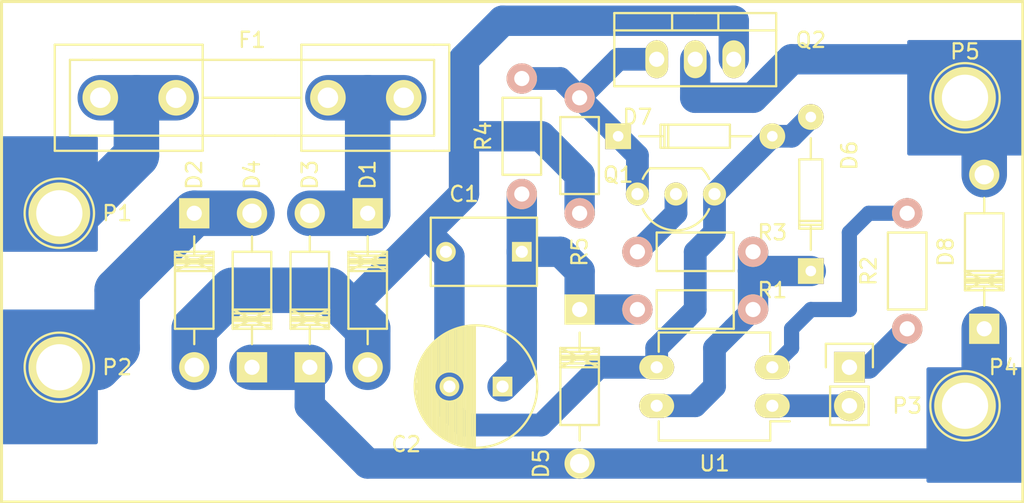
<source format=kicad_pcb>
(kicad_pcb (version 4) (host pcbnew 4.0.2+dfsg1-stable)

  (general
    (links 37)
    (no_connects 0)
    (area 114.949762 87.529999 185.520001 120.750001)
    (thickness 1.6)
    (drawings 4)
    (tracks 100)
    (zones 0)
    (modules 24)
    (nets 14)
  )

  (page A4)
  (layers
    (0 F.Cu signal)
    (31 B.Cu signal)
    (32 B.Adhes user)
    (33 F.Adhes user)
    (34 B.Paste user)
    (35 F.Paste user)
    (36 B.SilkS user)
    (37 F.SilkS user)
    (38 B.Mask user hide)
    (39 F.Mask user)
    (40 Dwgs.User user)
    (41 Cmts.User user)
    (42 Eco1.User user)
    (43 Eco2.User user hide)
    (44 Edge.Cuts user hide)
    (45 Margin user)
    (46 B.CrtYd user hide)
    (47 F.CrtYd user)
    (48 B.Fab user)
    (49 F.Fab user hide)
  )

  (setup
    (last_trace_width 0.25)
    (user_trace_width 1)
    (user_trace_width 1.5)
    (user_trace_width 2)
    (user_trace_width 3)
    (trace_clearance 0.2)
    (zone_clearance 0.508)
    (zone_45_only no)
    (trace_min 0.2)
    (segment_width 0.2)
    (edge_width 0.15)
    (via_size 0.6)
    (via_drill 0.4)
    (via_min_size 0.4)
    (via_min_drill 0.3)
    (uvia_size 0.3)
    (uvia_drill 0.1)
    (uvias_allowed no)
    (uvia_min_size 0.2)
    (uvia_min_drill 0.1)
    (pcb_text_width 0.3)
    (pcb_text_size 1.5 1.5)
    (mod_edge_width 0.15)
    (mod_text_size 1 1)
    (mod_text_width 0.15)
    (pad_size 1.524 1.524)
    (pad_drill 0.762)
    (pad_to_mask_clearance 0.2)
    (aux_axis_origin 120.65 116.84)
    (visible_elements FFFFFF7F)
    (pcbplotparams
      (layerselection 0x00030_80000001)
      (usegerberextensions false)
      (excludeedgelayer true)
      (linewidth 0.100000)
      (plotframeref false)
      (viasonmask false)
      (mode 1)
      (useauxorigin false)
      (hpglpennumber 1)
      (hpglpenspeed 20)
      (hpglpendiameter 15)
      (hpglpenoverlay 2)
      (psnegative false)
      (psa4output false)
      (plotreference true)
      (plotvalue true)
      (plotinvisibletext false)
      (padsonsilk false)
      (subtractmaskfromsilk false)
      (outputformat 1)
      (mirror false)
      (drillshape 1)
      (scaleselection 1)
      (outputdirectory ""))
  )

  (net 0 "")
  (net 1 "Net-(C1-Pad1)")
  (net 2 "Net-(C1-Pad2)")
  (net 3 "Net-(D1-Pad1)")
  (net 4 "Net-(D2-Pad1)")
  (net 5 "Net-(D3-Pad1)")
  (net 6 "Net-(D6-Pad1)")
  (net 7 "Net-(D7-Pad1)")
  (net 8 "Net-(D8-Pad2)")
  (net 9 "Net-(F1-Pad1)")
  (net 10 "Net-(P3-Pad1)")
  (net 11 "Net-(P3-Pad2)")
  (net 12 "Net-(Q1-Pad2)")
  (net 13 "Net-(R2-Pad1)")

  (net_class Default "This is the default net class."
    (clearance 0.2)
    (trace_width 0.25)
    (via_dia 0.6)
    (via_drill 0.4)
    (uvia_dia 0.3)
    (uvia_drill 0.1)
    (add_net "Net-(C1-Pad1)")
    (add_net "Net-(C1-Pad2)")
    (add_net "Net-(D1-Pad1)")
    (add_net "Net-(D2-Pad1)")
    (add_net "Net-(D3-Pad1)")
    (add_net "Net-(D6-Pad1)")
    (add_net "Net-(D7-Pad1)")
    (add_net "Net-(D8-Pad2)")
    (add_net "Net-(F1-Pad1)")
    (add_net "Net-(P3-Pad1)")
    (add_net "Net-(P3-Pad2)")
    (add_net "Net-(Q1-Pad2)")
    (add_net "Net-(R2-Pad1)")
  )

  (net_class supply ""
    (clearance 0.3)
    (trace_width 1.25)
    (via_dia 1.2)
    (via_drill 0.4)
    (uvia_dia 0.3)
    (uvia_drill 0.1)
  )

  (module Capacitors_ThroughHole:C_Rect_L7_W4.5_P5 (layer F.Cu) (tedit 5BC2B009) (tstamp 5BC28953)
    (at 152.4 104.14 180)
    (descr "Film Capacitor Length 7mm x Width 4.5mm, Pitch 5mm")
    (tags Capacitor)
    (path /5BC26CB4)
    (fp_text reference C1 (at 3.81 3.81 180) (layer F.SilkS)
      (effects (font (size 1 1) (thickness 0.15)))
    )
    (fp_text value "10uF 400V" (at 2.5 3.5 180) (layer F.Fab)
      (effects (font (size 1 1) (thickness 0.15)))
    )
    (fp_line (start -1.25 -2.5) (end 6.25 -2.5) (layer F.CrtYd) (width 0.05))
    (fp_line (start 6.25 -2.5) (end 6.25 2.5) (layer F.CrtYd) (width 0.05))
    (fp_line (start 6.25 2.5) (end -1.25 2.5) (layer F.CrtYd) (width 0.05))
    (fp_line (start -1.25 2.5) (end -1.25 -2.5) (layer F.CrtYd) (width 0.05))
    (fp_line (start -1 -2.25) (end 6 -2.25) (layer F.SilkS) (width 0.15))
    (fp_line (start 6 -2.25) (end 6 2.25) (layer F.SilkS) (width 0.15))
    (fp_line (start 6 2.25) (end -1 2.25) (layer F.SilkS) (width 0.15))
    (fp_line (start -1 2.25) (end -1 -2.25) (layer F.SilkS) (width 0.15))
    (pad 1 thru_hole rect (at 0 0 180) (size 1.3 1.3) (drill 0.8) (layers *.Cu *.Mask F.SilkS)
      (net 1 "Net-(C1-Pad1)"))
    (pad 2 thru_hole circle (at 5 0 180) (size 1.3 1.3) (drill 0.8) (layers *.Cu *.Mask F.SilkS)
      (net 2 "Net-(C1-Pad2)"))
    (model Capacitors_ThroughHole.3dshapes/C_Rect_L7_W4.5_P5.wrl
      (at (xyz 0.098425 0 0))
      (scale (xyz 1 1 1))
      (rotate (xyz 0 0 0))
    )
  )

  (module Capacitors_ThroughHole:C_Radial_D8_L11.5_P3.5 (layer F.Cu) (tedit 5BC2AF77) (tstamp 5BC28959)
    (at 151.13 113.03 180)
    (descr "Radial Electrolytic Capacitor Diameter 8mm x Length 11.5mm, Pitch 3.5mm")
    (tags "Electrolytic Capacitor")
    (path /5BC26C52)
    (fp_text reference C2 (at 6.35 -3.81 180) (layer F.SilkS)
      (effects (font (size 1 1) (thickness 0.15)))
    )
    (fp_text value "100nF 400V" (at 1.75 5.3 180) (layer F.Fab)
      (effects (font (size 1 1) (thickness 0.15)))
    )
    (fp_line (start 1.825 -3.999) (end 1.825 3.999) (layer F.SilkS) (width 0.15))
    (fp_line (start 1.965 -3.994) (end 1.965 3.994) (layer F.SilkS) (width 0.15))
    (fp_line (start 2.105 -3.984) (end 2.105 3.984) (layer F.SilkS) (width 0.15))
    (fp_line (start 2.245 -3.969) (end 2.245 3.969) (layer F.SilkS) (width 0.15))
    (fp_line (start 2.385 -3.949) (end 2.385 3.949) (layer F.SilkS) (width 0.15))
    (fp_line (start 2.525 -3.924) (end 2.525 -0.222) (layer F.SilkS) (width 0.15))
    (fp_line (start 2.525 0.222) (end 2.525 3.924) (layer F.SilkS) (width 0.15))
    (fp_line (start 2.665 -3.894) (end 2.665 -0.55) (layer F.SilkS) (width 0.15))
    (fp_line (start 2.665 0.55) (end 2.665 3.894) (layer F.SilkS) (width 0.15))
    (fp_line (start 2.805 -3.858) (end 2.805 -0.719) (layer F.SilkS) (width 0.15))
    (fp_line (start 2.805 0.719) (end 2.805 3.858) (layer F.SilkS) (width 0.15))
    (fp_line (start 2.945 -3.817) (end 2.945 -0.832) (layer F.SilkS) (width 0.15))
    (fp_line (start 2.945 0.832) (end 2.945 3.817) (layer F.SilkS) (width 0.15))
    (fp_line (start 3.085 -3.771) (end 3.085 -0.91) (layer F.SilkS) (width 0.15))
    (fp_line (start 3.085 0.91) (end 3.085 3.771) (layer F.SilkS) (width 0.15))
    (fp_line (start 3.225 -3.718) (end 3.225 -0.961) (layer F.SilkS) (width 0.15))
    (fp_line (start 3.225 0.961) (end 3.225 3.718) (layer F.SilkS) (width 0.15))
    (fp_line (start 3.365 -3.659) (end 3.365 -0.991) (layer F.SilkS) (width 0.15))
    (fp_line (start 3.365 0.991) (end 3.365 3.659) (layer F.SilkS) (width 0.15))
    (fp_line (start 3.505 -3.594) (end 3.505 -1) (layer F.SilkS) (width 0.15))
    (fp_line (start 3.505 1) (end 3.505 3.594) (layer F.SilkS) (width 0.15))
    (fp_line (start 3.645 -3.523) (end 3.645 -0.989) (layer F.SilkS) (width 0.15))
    (fp_line (start 3.645 0.989) (end 3.645 3.523) (layer F.SilkS) (width 0.15))
    (fp_line (start 3.785 -3.444) (end 3.785 -0.959) (layer F.SilkS) (width 0.15))
    (fp_line (start 3.785 0.959) (end 3.785 3.444) (layer F.SilkS) (width 0.15))
    (fp_line (start 3.925 -3.357) (end 3.925 -0.905) (layer F.SilkS) (width 0.15))
    (fp_line (start 3.925 0.905) (end 3.925 3.357) (layer F.SilkS) (width 0.15))
    (fp_line (start 4.065 -3.262) (end 4.065 -0.825) (layer F.SilkS) (width 0.15))
    (fp_line (start 4.065 0.825) (end 4.065 3.262) (layer F.SilkS) (width 0.15))
    (fp_line (start 4.205 -3.158) (end 4.205 -0.709) (layer F.SilkS) (width 0.15))
    (fp_line (start 4.205 0.709) (end 4.205 3.158) (layer F.SilkS) (width 0.15))
    (fp_line (start 4.345 -3.044) (end 4.345 -0.535) (layer F.SilkS) (width 0.15))
    (fp_line (start 4.345 0.535) (end 4.345 3.044) (layer F.SilkS) (width 0.15))
    (fp_line (start 4.485 -2.919) (end 4.485 -0.173) (layer F.SilkS) (width 0.15))
    (fp_line (start 4.485 0.173) (end 4.485 2.919) (layer F.SilkS) (width 0.15))
    (fp_line (start 4.625 -2.781) (end 4.625 2.781) (layer F.SilkS) (width 0.15))
    (fp_line (start 4.765 -2.629) (end 4.765 2.629) (layer F.SilkS) (width 0.15))
    (fp_line (start 4.905 -2.459) (end 4.905 2.459) (layer F.SilkS) (width 0.15))
    (fp_line (start 5.045 -2.268) (end 5.045 2.268) (layer F.SilkS) (width 0.15))
    (fp_line (start 5.185 -2.05) (end 5.185 2.05) (layer F.SilkS) (width 0.15))
    (fp_line (start 5.325 -1.794) (end 5.325 1.794) (layer F.SilkS) (width 0.15))
    (fp_line (start 5.465 -1.483) (end 5.465 1.483) (layer F.SilkS) (width 0.15))
    (fp_line (start 5.605 -1.067) (end 5.605 1.067) (layer F.SilkS) (width 0.15))
    (fp_line (start 5.745 -0.2) (end 5.745 0.2) (layer F.SilkS) (width 0.15))
    (fp_circle (center 3.5 0) (end 3.5 -1) (layer F.SilkS) (width 0.15))
    (fp_circle (center 1.75 0) (end 1.75 -4.0375) (layer F.SilkS) (width 0.15))
    (fp_circle (center 1.75 0) (end 1.75 -4.3) (layer F.CrtYd) (width 0.05))
    (pad 2 thru_hole circle (at 3.5 0 180) (size 1.3 1.3) (drill 0.8) (layers *.Cu *.Mask F.SilkS)
      (net 2 "Net-(C1-Pad2)"))
    (pad 1 thru_hole rect (at 0 0 180) (size 1.3 1.3) (drill 0.8) (layers *.Cu *.Mask F.SilkS)
      (net 1 "Net-(C1-Pad1)"))
    (model Capacitors_ThroughHole.3dshapes/C_Radial_D8_L11.5_P3.5.wrl
      (at (xyz 0 0 0))
      (scale (xyz 1 1 1))
      (rotate (xyz 0 0 0))
    )
  )

  (module Diodes_ThroughHole:Diode_DO-41_SOD81_Horizontal_RM10 (layer F.Cu) (tedit 5BC4C1DB) (tstamp 5BC2895F)
    (at 142.24 101.6 270)
    (descr "Diode, DO-41, SOD81, Horizontal, RM 10mm,")
    (tags "Diode, DO-41, SOD81, Horizontal, RM 10mm, 1N4007, SB140,")
    (path /5BC2681D)
    (fp_text reference D1 (at -2.54 0 270) (layer F.SilkS)
      (effects (font (size 1 1) (thickness 0.15)))
    )
    (fp_text value 1N4007 (at 4.37134 -3.55854 270) (layer F.Fab)
      (effects (font (size 1 1) (thickness 0.15)))
    )
    (fp_line (start 7.62 -0.00254) (end 8.636 -0.00254) (layer F.SilkS) (width 0.15))
    (fp_line (start 2.794 -0.00254) (end 1.524 -0.00254) (layer F.SilkS) (width 0.15))
    (fp_line (start 3.048 -1.27254) (end 3.048 1.26746) (layer F.SilkS) (width 0.15))
    (fp_line (start 3.302 -1.27254) (end 3.302 1.26746) (layer F.SilkS) (width 0.15))
    (fp_line (start 3.556 -1.27254) (end 3.556 1.26746) (layer F.SilkS) (width 0.15))
    (fp_line (start 2.794 -1.27254) (end 2.794 1.26746) (layer F.SilkS) (width 0.15))
    (fp_line (start 3.81 -1.27254) (end 2.54 1.26746) (layer F.SilkS) (width 0.15))
    (fp_line (start 2.54 -1.27254) (end 3.81 1.26746) (layer F.SilkS) (width 0.15))
    (fp_line (start 3.81 -1.27254) (end 3.81 1.26746) (layer F.SilkS) (width 0.15))
    (fp_line (start 3.175 -1.27254) (end 3.175 1.26746) (layer F.SilkS) (width 0.15))
    (fp_line (start 2.54 1.26746) (end 2.54 -1.27254) (layer F.SilkS) (width 0.15))
    (fp_line (start 2.54 -1.27254) (end 7.62 -1.27254) (layer F.SilkS) (width 0.15))
    (fp_line (start 7.62 -1.27254) (end 7.62 1.26746) (layer F.SilkS) (width 0.15))
    (fp_line (start 7.62 1.26746) (end 2.54 1.26746) (layer F.SilkS) (width 0.15))
    (pad 2 thru_hole circle (at 10.16 -0.00254 90) (size 1.99898 1.99898) (drill 1.27) (layers *.Cu *.Mask F.SilkS)
      (net 2 "Net-(C1-Pad2)"))
    (pad 1 thru_hole rect (at 0 -0.00254 90) (size 1.99898 1.99898) (drill 1.00076) (layers *.Cu *.Mask F.SilkS)
      (net 3 "Net-(D1-Pad1)"))
  )

  (module Diodes_ThroughHole:Diode_DO-41_SOD81_Horizontal_RM10 (layer F.Cu) (tedit 5BC4C1E2) (tstamp 5BC28965)
    (at 130.81 101.6 270)
    (descr "Diode, DO-41, SOD81, Horizontal, RM 10mm,")
    (tags "Diode, DO-41, SOD81, Horizontal, RM 10mm, 1N4007, SB140,")
    (path /5BC26977)
    (fp_text reference D2 (at -2.54 0 270) (layer F.SilkS)
      (effects (font (size 1 1) (thickness 0.15)))
    )
    (fp_text value 1N4007 (at 4.37134 -3.55854 270) (layer F.Fab)
      (effects (font (size 1 1) (thickness 0.15)))
    )
    (fp_line (start 7.62 -0.00254) (end 8.636 -0.00254) (layer F.SilkS) (width 0.15))
    (fp_line (start 2.794 -0.00254) (end 1.524 -0.00254) (layer F.SilkS) (width 0.15))
    (fp_line (start 3.048 -1.27254) (end 3.048 1.26746) (layer F.SilkS) (width 0.15))
    (fp_line (start 3.302 -1.27254) (end 3.302 1.26746) (layer F.SilkS) (width 0.15))
    (fp_line (start 3.556 -1.27254) (end 3.556 1.26746) (layer F.SilkS) (width 0.15))
    (fp_line (start 2.794 -1.27254) (end 2.794 1.26746) (layer F.SilkS) (width 0.15))
    (fp_line (start 3.81 -1.27254) (end 2.54 1.26746) (layer F.SilkS) (width 0.15))
    (fp_line (start 2.54 -1.27254) (end 3.81 1.26746) (layer F.SilkS) (width 0.15))
    (fp_line (start 3.81 -1.27254) (end 3.81 1.26746) (layer F.SilkS) (width 0.15))
    (fp_line (start 3.175 -1.27254) (end 3.175 1.26746) (layer F.SilkS) (width 0.15))
    (fp_line (start 2.54 1.26746) (end 2.54 -1.27254) (layer F.SilkS) (width 0.15))
    (fp_line (start 2.54 -1.27254) (end 7.62 -1.27254) (layer F.SilkS) (width 0.15))
    (fp_line (start 7.62 -1.27254) (end 7.62 1.26746) (layer F.SilkS) (width 0.15))
    (fp_line (start 7.62 1.26746) (end 2.54 1.26746) (layer F.SilkS) (width 0.15))
    (pad 2 thru_hole circle (at 10.16 -0.00254 90) (size 1.99898 1.99898) (drill 1.27) (layers *.Cu *.Mask F.SilkS)
      (net 2 "Net-(C1-Pad2)"))
    (pad 1 thru_hole rect (at 0 -0.00254 90) (size 1.99898 1.99898) (drill 1.00076) (layers *.Cu *.Mask F.SilkS)
      (net 4 "Net-(D2-Pad1)"))
  )

  (module Diodes_ThroughHole:Diode_DO-41_SOD81_Horizontal_RM10 (layer F.Cu) (tedit 5BC4C1DD) (tstamp 5BC2896B)
    (at 138.43 111.76 90)
    (descr "Diode, DO-41, SOD81, Horizontal, RM 10mm,")
    (tags "Diode, DO-41, SOD81, Horizontal, RM 10mm, 1N4007, SB140,")
    (path /5BC2690C)
    (fp_text reference D3 (at 12.7 0 90) (layer F.SilkS)
      (effects (font (size 1 1) (thickness 0.15)))
    )
    (fp_text value 1N4007 (at 4.37134 -3.55854 90) (layer F.Fab)
      (effects (font (size 1 1) (thickness 0.15)))
    )
    (fp_line (start 7.62 -0.00254) (end 8.636 -0.00254) (layer F.SilkS) (width 0.15))
    (fp_line (start 2.794 -0.00254) (end 1.524 -0.00254) (layer F.SilkS) (width 0.15))
    (fp_line (start 3.048 -1.27254) (end 3.048 1.26746) (layer F.SilkS) (width 0.15))
    (fp_line (start 3.302 -1.27254) (end 3.302 1.26746) (layer F.SilkS) (width 0.15))
    (fp_line (start 3.556 -1.27254) (end 3.556 1.26746) (layer F.SilkS) (width 0.15))
    (fp_line (start 2.794 -1.27254) (end 2.794 1.26746) (layer F.SilkS) (width 0.15))
    (fp_line (start 3.81 -1.27254) (end 2.54 1.26746) (layer F.SilkS) (width 0.15))
    (fp_line (start 2.54 -1.27254) (end 3.81 1.26746) (layer F.SilkS) (width 0.15))
    (fp_line (start 3.81 -1.27254) (end 3.81 1.26746) (layer F.SilkS) (width 0.15))
    (fp_line (start 3.175 -1.27254) (end 3.175 1.26746) (layer F.SilkS) (width 0.15))
    (fp_line (start 2.54 1.26746) (end 2.54 -1.27254) (layer F.SilkS) (width 0.15))
    (fp_line (start 2.54 -1.27254) (end 7.62 -1.27254) (layer F.SilkS) (width 0.15))
    (fp_line (start 7.62 -1.27254) (end 7.62 1.26746) (layer F.SilkS) (width 0.15))
    (fp_line (start 7.62 1.26746) (end 2.54 1.26746) (layer F.SilkS) (width 0.15))
    (pad 2 thru_hole circle (at 10.16 -0.00254 270) (size 1.99898 1.99898) (drill 1.27) (layers *.Cu *.Mask F.SilkS)
      (net 3 "Net-(D1-Pad1)"))
    (pad 1 thru_hole rect (at 0 -0.00254 270) (size 1.99898 1.99898) (drill 1.00076) (layers *.Cu *.Mask F.SilkS)
      (net 5 "Net-(D3-Pad1)"))
  )

  (module Diodes_ThroughHole:Diode_DO-41_SOD81_Horizontal_RM10 (layer F.Cu) (tedit 5BC4C1E0) (tstamp 5BC28971)
    (at 134.62 111.76 90)
    (descr "Diode, DO-41, SOD81, Horizontal, RM 10mm,")
    (tags "Diode, DO-41, SOD81, Horizontal, RM 10mm, 1N4007, SB140,")
    (path /5BC26992)
    (fp_text reference D4 (at 12.7 0 90) (layer F.SilkS)
      (effects (font (size 1 1) (thickness 0.15)))
    )
    (fp_text value 1N4007 (at 4.37134 -3.55854 90) (layer F.Fab)
      (effects (font (size 1 1) (thickness 0.15)))
    )
    (fp_line (start 7.62 -0.00254) (end 8.636 -0.00254) (layer F.SilkS) (width 0.15))
    (fp_line (start 2.794 -0.00254) (end 1.524 -0.00254) (layer F.SilkS) (width 0.15))
    (fp_line (start 3.048 -1.27254) (end 3.048 1.26746) (layer F.SilkS) (width 0.15))
    (fp_line (start 3.302 -1.27254) (end 3.302 1.26746) (layer F.SilkS) (width 0.15))
    (fp_line (start 3.556 -1.27254) (end 3.556 1.26746) (layer F.SilkS) (width 0.15))
    (fp_line (start 2.794 -1.27254) (end 2.794 1.26746) (layer F.SilkS) (width 0.15))
    (fp_line (start 3.81 -1.27254) (end 2.54 1.26746) (layer F.SilkS) (width 0.15))
    (fp_line (start 2.54 -1.27254) (end 3.81 1.26746) (layer F.SilkS) (width 0.15))
    (fp_line (start 3.81 -1.27254) (end 3.81 1.26746) (layer F.SilkS) (width 0.15))
    (fp_line (start 3.175 -1.27254) (end 3.175 1.26746) (layer F.SilkS) (width 0.15))
    (fp_line (start 2.54 1.26746) (end 2.54 -1.27254) (layer F.SilkS) (width 0.15))
    (fp_line (start 2.54 -1.27254) (end 7.62 -1.27254) (layer F.SilkS) (width 0.15))
    (fp_line (start 7.62 -1.27254) (end 7.62 1.26746) (layer F.SilkS) (width 0.15))
    (fp_line (start 7.62 1.26746) (end 2.54 1.26746) (layer F.SilkS) (width 0.15))
    (pad 2 thru_hole circle (at 10.16 -0.00254 270) (size 1.99898 1.99898) (drill 1.27) (layers *.Cu *.Mask F.SilkS)
      (net 4 "Net-(D2-Pad1)"))
    (pad 1 thru_hole rect (at 0 -0.00254 270) (size 1.99898 1.99898) (drill 1.00076) (layers *.Cu *.Mask F.SilkS)
      (net 5 "Net-(D3-Pad1)"))
  )

  (module Diodes_ThroughHole:Diode_DO-41_SOD81_Horizontal_RM10 (layer F.Cu) (tedit 5BC4C1FB) (tstamp 5BC28977)
    (at 156.21 107.95 270)
    (descr "Diode, DO-41, SOD81, Horizontal, RM 10mm,")
    (tags "Diode, DO-41, SOD81, Horizontal, RM 10mm, 1N4007, SB140,")
    (path /5BC269B5)
    (fp_text reference D5 (at 10.16 2.54 270) (layer F.SilkS)
      (effects (font (size 1 1) (thickness 0.15)))
    )
    (fp_text value 1N4004 (at 4.37134 -3.55854 270) (layer F.Fab)
      (effects (font (size 1 1) (thickness 0.15)))
    )
    (fp_line (start 7.62 -0.00254) (end 8.636 -0.00254) (layer F.SilkS) (width 0.15))
    (fp_line (start 2.794 -0.00254) (end 1.524 -0.00254) (layer F.SilkS) (width 0.15))
    (fp_line (start 3.048 -1.27254) (end 3.048 1.26746) (layer F.SilkS) (width 0.15))
    (fp_line (start 3.302 -1.27254) (end 3.302 1.26746) (layer F.SilkS) (width 0.15))
    (fp_line (start 3.556 -1.27254) (end 3.556 1.26746) (layer F.SilkS) (width 0.15))
    (fp_line (start 2.794 -1.27254) (end 2.794 1.26746) (layer F.SilkS) (width 0.15))
    (fp_line (start 3.81 -1.27254) (end 2.54 1.26746) (layer F.SilkS) (width 0.15))
    (fp_line (start 2.54 -1.27254) (end 3.81 1.26746) (layer F.SilkS) (width 0.15))
    (fp_line (start 3.81 -1.27254) (end 3.81 1.26746) (layer F.SilkS) (width 0.15))
    (fp_line (start 3.175 -1.27254) (end 3.175 1.26746) (layer F.SilkS) (width 0.15))
    (fp_line (start 2.54 1.26746) (end 2.54 -1.27254) (layer F.SilkS) (width 0.15))
    (fp_line (start 2.54 -1.27254) (end 7.62 -1.27254) (layer F.SilkS) (width 0.15))
    (fp_line (start 7.62 -1.27254) (end 7.62 1.26746) (layer F.SilkS) (width 0.15))
    (fp_line (start 7.62 1.26746) (end 2.54 1.26746) (layer F.SilkS) (width 0.15))
    (pad 2 thru_hole circle (at 10.16 -0.00254 90) (size 1.99898 1.99898) (drill 1.27) (layers *.Cu *.Mask F.SilkS)
      (net 5 "Net-(D3-Pad1)"))
    (pad 1 thru_hole rect (at 0 -0.00254 90) (size 1.99898 1.99898) (drill 1.00076) (layers *.Cu *.Mask F.SilkS)
      (net 1 "Net-(C1-Pad1)"))
  )

  (module Diodes_ThroughHole:Diode_DO-35_SOD27_Horizontal_RM10 (layer F.Cu) (tedit 5BC2B02A) (tstamp 5BC2897D)
    (at 171.45 105.41 90)
    (descr "Diode, DO-35,  SOD27, Horizontal, RM 10mm")
    (tags "Diode, DO-35, SOD27, Horizontal, RM 10mm, 1N4148,")
    (path /5BC26A19)
    (fp_text reference D6 (at 7.62 2.54 90) (layer F.SilkS)
      (effects (font (size 1 1) (thickness 0.15)))
    )
    (fp_text value "ZENER 12-16V" (at 4.41452 -3.55854 90) (layer F.Fab)
      (effects (font (size 1 1) (thickness 0.15)))
    )
    (fp_line (start 7.36652 -0.00254) (end 8.76352 -0.00254) (layer F.SilkS) (width 0.15))
    (fp_line (start 2.92152 -0.00254) (end 1.39752 -0.00254) (layer F.SilkS) (width 0.15))
    (fp_line (start 3.30252 -0.76454) (end 3.30252 0.75946) (layer F.SilkS) (width 0.15))
    (fp_line (start 3.04852 -0.76454) (end 3.04852 0.75946) (layer F.SilkS) (width 0.15))
    (fp_line (start 2.79452 -0.00254) (end 2.79452 0.75946) (layer F.SilkS) (width 0.15))
    (fp_line (start 2.79452 0.75946) (end 7.36652 0.75946) (layer F.SilkS) (width 0.15))
    (fp_line (start 7.36652 0.75946) (end 7.36652 -0.76454) (layer F.SilkS) (width 0.15))
    (fp_line (start 7.36652 -0.76454) (end 2.79452 -0.76454) (layer F.SilkS) (width 0.15))
    (fp_line (start 2.79452 -0.76454) (end 2.79452 -0.00254) (layer F.SilkS) (width 0.15))
    (pad 2 thru_hole circle (at 10.16052 -0.00254 270) (size 1.69926 1.69926) (drill 0.70104) (layers *.Cu *.Mask F.SilkS)
      (net 2 "Net-(C1-Pad2)"))
    (pad 1 thru_hole rect (at 0.00052 -0.00254 270) (size 1.69926 1.69926) (drill 0.70104) (layers *.Cu *.Mask F.SilkS)
      (net 6 "Net-(D6-Pad1)"))
    (model Diodes_ThroughHole.3dshapes/Diode_DO-35_SOD27_Horizontal_RM10.wrl
      (at (xyz 0.2 0 0))
      (scale (xyz 0.4 0.4 0.4))
      (rotate (xyz 0 0 180))
    )
  )

  (module Diodes_ThroughHole:Diode_DO-35_SOD27_Horizontal_RM10 (layer F.Cu) (tedit 5BC2AFD5) (tstamp 5BC28983)
    (at 158.75 96.52)
    (descr "Diode, DO-35,  SOD27, Horizontal, RM 10mm")
    (tags "Diode, DO-35, SOD27, Horizontal, RM 10mm, 1N4148,")
    (path /5BC26A5C)
    (fp_text reference D7 (at 1.27 -1.27) (layer F.SilkS)
      (effects (font (size 1 1) (thickness 0.15)))
    )
    (fp_text value "ZENER 12-16V" (at 4.41452 -3.55854) (layer F.Fab)
      (effects (font (size 1 1) (thickness 0.15)))
    )
    (fp_line (start 7.36652 -0.00254) (end 8.76352 -0.00254) (layer F.SilkS) (width 0.15))
    (fp_line (start 2.92152 -0.00254) (end 1.39752 -0.00254) (layer F.SilkS) (width 0.15))
    (fp_line (start 3.30252 -0.76454) (end 3.30252 0.75946) (layer F.SilkS) (width 0.15))
    (fp_line (start 3.04852 -0.76454) (end 3.04852 0.75946) (layer F.SilkS) (width 0.15))
    (fp_line (start 2.79452 -0.00254) (end 2.79452 0.75946) (layer F.SilkS) (width 0.15))
    (fp_line (start 2.79452 0.75946) (end 7.36652 0.75946) (layer F.SilkS) (width 0.15))
    (fp_line (start 7.36652 0.75946) (end 7.36652 -0.76454) (layer F.SilkS) (width 0.15))
    (fp_line (start 7.36652 -0.76454) (end 2.79452 -0.76454) (layer F.SilkS) (width 0.15))
    (fp_line (start 2.79452 -0.76454) (end 2.79452 -0.00254) (layer F.SilkS) (width 0.15))
    (pad 2 thru_hole circle (at 10.16052 -0.00254 180) (size 1.69926 1.69926) (drill 0.70104) (layers *.Cu *.Mask F.SilkS)
      (net 2 "Net-(C1-Pad2)"))
    (pad 1 thru_hole rect (at 0.00052 -0.00254 180) (size 1.69926 1.69926) (drill 0.70104) (layers *.Cu *.Mask F.SilkS)
      (net 7 "Net-(D7-Pad1)"))
    (model Diodes_ThroughHole.3dshapes/Diode_DO-35_SOD27_Horizontal_RM10.wrl
      (at (xyz 0.2 0 0))
      (scale (xyz 0.4 0.4 0.4))
      (rotate (xyz 0 0 180))
    )
  )

  (module Diodes_ThroughHole:Diode_DO-41_SOD81_Horizontal_RM10 (layer F.Cu) (tedit 5BC62083) (tstamp 5BC28989)
    (at 182.88 109.22 90)
    (descr "Diode, DO-41, SOD81, Horizontal, RM 10mm,")
    (tags "Diode, DO-41, SOD81, Horizontal, RM 10mm, 1N4007, SB140,")
    (path /5BC26AA2)
    (fp_text reference D8 (at 5.08 -2.54 90) (layer F.SilkS)
      (effects (font (size 1 1) (thickness 0.15)))
    )
    (fp_text value FR107 (at 5.08 0 90) (layer F.Fab)
      (effects (font (size 1 1) (thickness 0.15)))
    )
    (fp_line (start 7.62 -0.00254) (end 8.636 -0.00254) (layer F.SilkS) (width 0.15))
    (fp_line (start 2.794 -0.00254) (end 1.524 -0.00254) (layer F.SilkS) (width 0.15))
    (fp_line (start 3.048 -1.27254) (end 3.048 1.26746) (layer F.SilkS) (width 0.15))
    (fp_line (start 3.302 -1.27254) (end 3.302 1.26746) (layer F.SilkS) (width 0.15))
    (fp_line (start 3.556 -1.27254) (end 3.556 1.26746) (layer F.SilkS) (width 0.15))
    (fp_line (start 2.794 -1.27254) (end 2.794 1.26746) (layer F.SilkS) (width 0.15))
    (fp_line (start 3.81 -1.27254) (end 2.54 1.26746) (layer F.SilkS) (width 0.15))
    (fp_line (start 2.54 -1.27254) (end 3.81 1.26746) (layer F.SilkS) (width 0.15))
    (fp_line (start 3.81 -1.27254) (end 3.81 1.26746) (layer F.SilkS) (width 0.15))
    (fp_line (start 3.175 -1.27254) (end 3.175 1.26746) (layer F.SilkS) (width 0.15))
    (fp_line (start 2.54 1.26746) (end 2.54 -1.27254) (layer F.SilkS) (width 0.15))
    (fp_line (start 2.54 -1.27254) (end 7.62 -1.27254) (layer F.SilkS) (width 0.15))
    (fp_line (start 7.62 -1.27254) (end 7.62 1.26746) (layer F.SilkS) (width 0.15))
    (fp_line (start 7.62 1.26746) (end 2.54 1.26746) (layer F.SilkS) (width 0.15))
    (pad 2 thru_hole circle (at 10.16 -0.00254 270) (size 1.99898 1.99898) (drill 1.27) (layers *.Cu *.Mask F.SilkS)
      (net 8 "Net-(D8-Pad2)"))
    (pad 1 thru_hole rect (at 0 -0.00254 270) (size 1.99898 1.99898) (drill 1.00076) (layers *.Cu *.Mask F.SilkS)
      (net 5 "Net-(D3-Pad1)"))
  )

  (module Connect:1pin (layer F.Cu) (tedit 5BC4C1EC) (tstamp 5BC28996)
    (at 121.92 101.6)
    (descr "module 1 pin (ou trou mecanique de percage)")
    (tags DEV)
    (path /5BC26D33)
    (fp_text reference P1 (at 3.81 0) (layer F.SilkS)
      (effects (font (size 1 1) (thickness 0.15)))
    )
    (fp_text value AC_IN (at 0 2.794) (layer F.Fab)
      (effects (font (size 1 1) (thickness 0.15)))
    )
    (fp_circle (center 0 0) (end 0 -2.286) (layer F.SilkS) (width 0.15))
    (pad 1 thru_hole circle (at 0 0) (size 4.064 4.064) (drill 3.048) (layers *.Cu *.Mask F.SilkS)
      (net 9 "Net-(F1-Pad1)"))
  )

  (module Connect:1pin (layer F.Cu) (tedit 5BC4C1EE) (tstamp 5BC2899B)
    (at 121.92 111.76)
    (descr "module 1 pin (ou trou mecanique de percage)")
    (tags DEV)
    (path /5BC27024)
    (fp_text reference P2 (at 3.81 0) (layer F.SilkS)
      (effects (font (size 1 1) (thickness 0.15)))
    )
    (fp_text value AC_IN-110-230V (at 0 2.794) (layer F.Fab)
      (effects (font (size 1 1) (thickness 0.15)))
    )
    (fp_circle (center 0 0) (end 0 -2.286) (layer F.SilkS) (width 0.15))
    (pad 1 thru_hole circle (at 0 0) (size 4.064 4.064) (drill 3.048) (layers *.Cu *.Mask F.SilkS)
      (net 4 "Net-(D2-Pad1)"))
  )

  (module Connect:1pin (layer F.Cu) (tedit 5BC2AF9E) (tstamp 5BC289A6)
    (at 181.61 114.3)
    (descr "module 1 pin (ou trou mecanique de percage)")
    (tags DEV)
    (path /5BC2A8BB)
    (fp_text reference P4 (at 2.54 -2.54) (layer F.SilkS)
      (effects (font (size 1 1) (thickness 0.15)))
    )
    (fp_text value MOTOR+ (at 0 2.794) (layer F.Fab)
      (effects (font (size 1 1) (thickness 0.15)))
    )
    (fp_circle (center 0 0) (end 0 -2.286) (layer F.SilkS) (width 0.15))
    (pad 1 thru_hole circle (at 0 0) (size 4.064 4.064) (drill 3.048) (layers *.Cu *.Mask F.SilkS)
      (net 5 "Net-(D3-Pad1)"))
  )

  (module Connect:1pin (layer F.Cu) (tedit 0) (tstamp 5BC289AB)
    (at 181.61 93.98)
    (descr "module 1 pin (ou trou mecanique de percage)")
    (tags DEV)
    (path /5BC2A83A)
    (fp_text reference P5 (at 0 -3.048) (layer F.SilkS)
      (effects (font (size 1 1) (thickness 0.15)))
    )
    (fp_text value MOTOR- (at 0 2.794) (layer F.Fab)
      (effects (font (size 1 1) (thickness 0.15)))
    )
    (fp_circle (center 0 0) (end 0 -2.286) (layer F.SilkS) (width 0.15))
    (pad 1 thru_hole circle (at 0 0) (size 4.064 4.064) (drill 3.048) (layers *.Cu *.Mask F.SilkS)
      (net 8 "Net-(D8-Pad2)"))
  )

  (module TO_SOT_Packages_THT:TO-92_Inline_Wide (layer F.Cu) (tedit 5BC2B01B) (tstamp 5BC289B2)
    (at 165.1 100.33 180)
    (descr "TO-92 leads in-line, wide, drill 0.8mm (see NXP sot054_po.pdf)")
    (tags "to-92 sc-43 sc-43a sot54 PA33 transistor")
    (path /5BC28EAB)
    (fp_text reference Q1 (at 6.35 1.27 360) (layer F.SilkS)
      (effects (font (size 1 1) (thickness 0.15)))
    )
    (fp_text value 2n3904 (at 0 3 180) (layer F.Fab)
      (effects (font (size 1 1) (thickness 0.15)))
    )
    (fp_arc (start 2.54 0) (end 0.84 1.7) (angle 20.5) (layer F.SilkS) (width 0.15))
    (fp_arc (start 2.54 0) (end 4.24 1.7) (angle -20.5) (layer F.SilkS) (width 0.15))
    (fp_line (start -1 1.95) (end -1 -2.65) (layer F.CrtYd) (width 0.05))
    (fp_line (start -1 1.95) (end 6.1 1.95) (layer F.CrtYd) (width 0.05))
    (fp_line (start 0.84 1.7) (end 4.24 1.7) (layer F.SilkS) (width 0.15))
    (fp_arc (start 2.54 0) (end 2.54 -2.4) (angle -65.55604127) (layer F.SilkS) (width 0.15))
    (fp_arc (start 2.54 0) (end 2.54 -2.4) (angle 65.55604127) (layer F.SilkS) (width 0.15))
    (fp_line (start -1 -2.65) (end 6.1 -2.65) (layer F.CrtYd) (width 0.05))
    (fp_line (start 6.1 1.95) (end 6.1 -2.65) (layer F.CrtYd) (width 0.05))
    (pad 2 thru_hole circle (at 2.54 0 270) (size 1.524 1.524) (drill 0.8) (layers *.Cu *.Mask F.SilkS)
      (net 12 "Net-(Q1-Pad2)"))
    (pad 3 thru_hole circle (at 5.08 0 270) (size 1.524 1.524) (drill 0.8) (layers *.Cu *.Mask F.SilkS)
      (net 7 "Net-(D7-Pad1)"))
    (pad 1 thru_hole circle (at 0 0 270) (size 1.524 1.524) (drill 0.8) (layers *.Cu *.Mask F.SilkS)
      (net 2 "Net-(C1-Pad2)"))
    (model TO_SOT_Packages_THT.3dshapes/TO-92_Inline_Wide.wrl
      (at (xyz 0.1 0 0))
      (scale (xyz 1 1 1))
      (rotate (xyz 0 0 -90))
    )
  )

  (module TO_SOT_Packages_THT:TO-220_Neutral123_Vertical (layer F.Cu) (tedit 5BC2AF57) (tstamp 5BC289B9)
    (at 163.83 91.44)
    (descr "TO-220, Neutral, Vertical,")
    (tags "TO-220, Neutral, Vertical,")
    (path /5BC26AED)
    (fp_text reference Q2 (at 7.62 -1.27) (layer F.SilkS)
      (effects (font (size 1 1) (thickness 0.15)))
    )
    (fp_text value "IRF840 or IRF730" (at 0 3.81) (layer F.Fab)
      (effects (font (size 1 1) (thickness 0.15)))
    )
    (fp_line (start -1.524 -3.048) (end -1.524 -1.905) (layer F.SilkS) (width 0.15))
    (fp_line (start 1.524 -3.048) (end 1.524 -1.905) (layer F.SilkS) (width 0.15))
    (fp_line (start 5.334 -1.905) (end 5.334 1.778) (layer F.SilkS) (width 0.15))
    (fp_line (start 5.334 1.778) (end -5.334 1.778) (layer F.SilkS) (width 0.15))
    (fp_line (start -5.334 1.778) (end -5.334 -1.905) (layer F.SilkS) (width 0.15))
    (fp_line (start 5.334 -3.048) (end 5.334 -1.905) (layer F.SilkS) (width 0.15))
    (fp_line (start 5.334 -1.905) (end -5.334 -1.905) (layer F.SilkS) (width 0.15))
    (fp_line (start -5.334 -1.905) (end -5.334 -3.048) (layer F.SilkS) (width 0.15))
    (fp_line (start 0 -3.048) (end -5.334 -3.048) (layer F.SilkS) (width 0.15))
    (fp_line (start 0 -3.048) (end 5.334 -3.048) (layer F.SilkS) (width 0.15))
    (pad 2 thru_hole oval (at 0 0 90) (size 2.49936 1.50114) (drill 1.00076) (layers *.Cu *.Mask F.SilkS)
      (net 8 "Net-(D8-Pad2)"))
    (pad 1 thru_hole oval (at -2.54 0 90) (size 2.49936 1.50114) (drill 1.00076) (layers *.Cu *.Mask F.SilkS)
      (net 7 "Net-(D7-Pad1)"))
    (pad 3 thru_hole oval (at 2.54 0 90) (size 2.49936 1.50114) (drill 1.00076) (layers *.Cu *.Mask F.SilkS)
      (net 2 "Net-(C1-Pad2)"))
    (model TO_SOT_Packages_THT.3dshapes/TO-220_Neutral123_Vertical.wrl
      (at (xyz 0 0 0))
      (scale (xyz 0.3937 0.3937 0.3937))
      (rotate (xyz 0 0 0))
    )
  )

  (module Resistors_ThroughHole:Resistor_Horizontal_RM7mm (layer F.Cu) (tedit 5BC61D19) (tstamp 5BC289BF)
    (at 160.02 107.95)
    (descr "Resistor, Axial,  RM 7.62mm, 1/3W,")
    (tags "Resistor Axial RM 7.62mm 1/3W R3")
    (path /5BC286EF)
    (fp_text reference R1 (at 8.89 -1.27) (layer F.SilkS)
      (effects (font (size 1 1) (thickness 0.15)))
    )
    (fp_text value 200k (at 3.81 0) (layer F.Fab)
      (effects (font (size 1 1) (thickness 0.15)))
    )
    (fp_line (start -1.25 -1.5) (end 8.85 -1.5) (layer F.CrtYd) (width 0.05))
    (fp_line (start -1.25 1.5) (end -1.25 -1.5) (layer F.CrtYd) (width 0.05))
    (fp_line (start 8.85 -1.5) (end 8.85 1.5) (layer F.CrtYd) (width 0.05))
    (fp_line (start -1.25 1.5) (end 8.85 1.5) (layer F.CrtYd) (width 0.05))
    (fp_line (start 1.27 -1.27) (end 6.35 -1.27) (layer F.SilkS) (width 0.15))
    (fp_line (start 6.35 -1.27) (end 6.35 1.27) (layer F.SilkS) (width 0.15))
    (fp_line (start 6.35 1.27) (end 1.27 1.27) (layer F.SilkS) (width 0.15))
    (fp_line (start 1.27 1.27) (end 1.27 -1.27) (layer F.SilkS) (width 0.15))
    (pad 1 thru_hole circle (at 0 0) (size 1.99898 1.99898) (drill 1.00076) (layers *.Cu *.SilkS *.Mask)
      (net 1 "Net-(C1-Pad1)"))
    (pad 2 thru_hole circle (at 7.62 0) (size 1.99898 1.99898) (drill 1.00076) (layers *.Cu *.SilkS *.Mask)
      (net 6 "Net-(D6-Pad1)"))
  )

  (module Resistors_ThroughHole:Resistor_Horizontal_RM7mm (layer F.Cu) (tedit 5BC6208A) (tstamp 5BC289C5)
    (at 177.8 101.6 270)
    (descr "Resistor, Axial,  RM 7.62mm, 1/3W,")
    (tags "Resistor Axial RM 7.62mm 1/3W R3")
    (path /5BC2AB6C)
    (fp_text reference R2 (at 3.81 2.54 270) (layer F.SilkS)
      (effects (font (size 1 1) (thickness 0.15)))
    )
    (fp_text value 330-470R (at -1.27 1.27 270) (layer F.Fab)
      (effects (font (size 1 1) (thickness 0.15)))
    )
    (fp_line (start -1.25 -1.5) (end 8.85 -1.5) (layer F.CrtYd) (width 0.05))
    (fp_line (start -1.25 1.5) (end -1.25 -1.5) (layer F.CrtYd) (width 0.05))
    (fp_line (start 8.85 -1.5) (end 8.85 1.5) (layer F.CrtYd) (width 0.05))
    (fp_line (start -1.25 1.5) (end 8.85 1.5) (layer F.CrtYd) (width 0.05))
    (fp_line (start 1.27 -1.27) (end 6.35 -1.27) (layer F.SilkS) (width 0.15))
    (fp_line (start 6.35 -1.27) (end 6.35 1.27) (layer F.SilkS) (width 0.15))
    (fp_line (start 6.35 1.27) (end 1.27 1.27) (layer F.SilkS) (width 0.15))
    (fp_line (start 1.27 1.27) (end 1.27 -1.27) (layer F.SilkS) (width 0.15))
    (pad 1 thru_hole circle (at 0 0 270) (size 1.99898 1.99898) (drill 1.00076) (layers *.Cu *.SilkS *.Mask)
      (net 13 "Net-(R2-Pad1)"))
    (pad 2 thru_hole circle (at 7.62 0 270) (size 1.99898 1.99898) (drill 1.00076) (layers *.Cu *.SilkS *.Mask)
      (net 10 "Net-(P3-Pad1)"))
  )

  (module Resistors_ThroughHole:Resistor_Horizontal_RM7mm (layer F.Cu) (tedit 5BC61D16) (tstamp 5BC289CB)
    (at 160.02 104.14)
    (descr "Resistor, Axial,  RM 7.62mm, 1/3W,")
    (tags "Resistor Axial RM 7.62mm 1/3W R3")
    (path /5BC270C1)
    (fp_text reference R3 (at 8.89 -1.27) (layer F.SilkS)
      (effects (font (size 1 1) (thickness 0.15)))
    )
    (fp_text value 10k (at 3.81 0) (layer F.Fab)
      (effects (font (size 1 1) (thickness 0.15)))
    )
    (fp_line (start -1.25 -1.5) (end 8.85 -1.5) (layer F.CrtYd) (width 0.05))
    (fp_line (start -1.25 1.5) (end -1.25 -1.5) (layer F.CrtYd) (width 0.05))
    (fp_line (start 8.85 -1.5) (end 8.85 1.5) (layer F.CrtYd) (width 0.05))
    (fp_line (start -1.25 1.5) (end 8.85 1.5) (layer F.CrtYd) (width 0.05))
    (fp_line (start 1.27 -1.27) (end 6.35 -1.27) (layer F.SilkS) (width 0.15))
    (fp_line (start 6.35 -1.27) (end 6.35 1.27) (layer F.SilkS) (width 0.15))
    (fp_line (start 6.35 1.27) (end 1.27 1.27) (layer F.SilkS) (width 0.15))
    (fp_line (start 1.27 1.27) (end 1.27 -1.27) (layer F.SilkS) (width 0.15))
    (pad 1 thru_hole circle (at 0 0) (size 1.99898 1.99898) (drill 1.00076) (layers *.Cu *.SilkS *.Mask)
      (net 12 "Net-(Q1-Pad2)"))
    (pad 2 thru_hole circle (at 7.62 0) (size 1.99898 1.99898) (drill 1.00076) (layers *.Cu *.SilkS *.Mask)
      (net 6 "Net-(D6-Pad1)"))
  )

  (module Resistors_ThroughHole:Resistor_Horizontal_RM7mm (layer F.Cu) (tedit 5BC61BFC) (tstamp 5BC289D1)
    (at 152.4 100.33 90)
    (descr "Resistor, Axial,  RM 7.62mm, 1/3W,")
    (tags "Resistor Axial RM 7.62mm 1/3W R3")
    (path /5BC28762)
    (fp_text reference R4 (at 3.81 -2.54 90) (layer F.SilkS)
      (effects (font (size 1 1) (thickness 0.15)))
    )
    (fp_text value 200k (at 3.81 0 90) (layer F.Fab)
      (effects (font (size 1 1) (thickness 0.15)))
    )
    (fp_line (start -1.25 -1.5) (end 8.85 -1.5) (layer F.CrtYd) (width 0.05))
    (fp_line (start -1.25 1.5) (end -1.25 -1.5) (layer F.CrtYd) (width 0.05))
    (fp_line (start 8.85 -1.5) (end 8.85 1.5) (layer F.CrtYd) (width 0.05))
    (fp_line (start -1.25 1.5) (end 8.85 1.5) (layer F.CrtYd) (width 0.05))
    (fp_line (start 1.27 -1.27) (end 6.35 -1.27) (layer F.SilkS) (width 0.15))
    (fp_line (start 6.35 -1.27) (end 6.35 1.27) (layer F.SilkS) (width 0.15))
    (fp_line (start 6.35 1.27) (end 1.27 1.27) (layer F.SilkS) (width 0.15))
    (fp_line (start 1.27 1.27) (end 1.27 -1.27) (layer F.SilkS) (width 0.15))
    (pad 1 thru_hole circle (at 0 0 90) (size 1.99898 1.99898) (drill 1.00076) (layers *.Cu *.SilkS *.Mask)
      (net 1 "Net-(C1-Pad1)"))
    (pad 2 thru_hole circle (at 7.62 0 90) (size 1.99898 1.99898) (drill 1.00076) (layers *.Cu *.SilkS *.Mask)
      (net 7 "Net-(D7-Pad1)"))
  )

  (module Resistors_ThroughHole:Resistor_Horizontal_RM7mm (layer F.Cu) (tedit 5BC61BFE) (tstamp 5BC289D7)
    (at 156.21 93.98 270)
    (descr "Resistor, Axial,  RM 7.62mm, 1/3W,")
    (tags "Resistor Axial RM 7.62mm 1/3W R3")
    (path /5BC29DD6)
    (fp_text reference R5 (at 10.16 0 270) (layer F.SilkS)
      (effects (font (size 1 1) (thickness 0.15)))
    )
    (fp_text value 400k (at 3.81 0 270) (layer F.Fab)
      (effects (font (size 1 1) (thickness 0.15)))
    )
    (fp_line (start -1.25 -1.5) (end 8.85 -1.5) (layer F.CrtYd) (width 0.05))
    (fp_line (start -1.25 1.5) (end -1.25 -1.5) (layer F.CrtYd) (width 0.05))
    (fp_line (start 8.85 -1.5) (end 8.85 1.5) (layer F.CrtYd) (width 0.05))
    (fp_line (start -1.25 1.5) (end 8.85 1.5) (layer F.CrtYd) (width 0.05))
    (fp_line (start 1.27 -1.27) (end 6.35 -1.27) (layer F.SilkS) (width 0.15))
    (fp_line (start 6.35 -1.27) (end 6.35 1.27) (layer F.SilkS) (width 0.15))
    (fp_line (start 6.35 1.27) (end 1.27 1.27) (layer F.SilkS) (width 0.15))
    (fp_line (start 1.27 1.27) (end 1.27 -1.27) (layer F.SilkS) (width 0.15))
    (pad 1 thru_hole circle (at 0 0 270) (size 1.99898 1.99898) (drill 1.00076) (layers *.Cu *.SilkS *.Mask)
      (net 7 "Net-(D7-Pad1)"))
    (pad 2 thru_hole circle (at 7.62 0 270) (size 1.99898 1.99898) (drill 1.00076) (layers *.Cu *.SilkS *.Mask)
      (net 2 "Net-(C1-Pad2)"))
  )

  (module Pin_Headers:Pin_Header_Straight_1x02 (layer F.Cu) (tedit 5BC2AFB8) (tstamp 5BC29964)
    (at 173.99 111.76)
    (descr "Through hole pin header")
    (tags "pin header")
    (path /5BC2ABEB)
    (fp_text reference P3 (at 3.81 2.54) (layer F.SilkS)
      (effects (font (size 1 1) (thickness 0.15)))
    )
    (fp_text value PWM (at 0 -3.1) (layer F.Fab)
      (effects (font (size 1 1) (thickness 0.15)))
    )
    (fp_line (start 1.27 1.27) (end 1.27 3.81) (layer F.SilkS) (width 0.15))
    (fp_line (start 1.55 -1.55) (end 1.55 0) (layer F.SilkS) (width 0.15))
    (fp_line (start -1.75 -1.75) (end -1.75 4.3) (layer F.CrtYd) (width 0.05))
    (fp_line (start 1.75 -1.75) (end 1.75 4.3) (layer F.CrtYd) (width 0.05))
    (fp_line (start -1.75 -1.75) (end 1.75 -1.75) (layer F.CrtYd) (width 0.05))
    (fp_line (start -1.75 4.3) (end 1.75 4.3) (layer F.CrtYd) (width 0.05))
    (fp_line (start 1.27 1.27) (end -1.27 1.27) (layer F.SilkS) (width 0.15))
    (fp_line (start -1.55 0) (end -1.55 -1.55) (layer F.SilkS) (width 0.15))
    (fp_line (start -1.55 -1.55) (end 1.55 -1.55) (layer F.SilkS) (width 0.15))
    (fp_line (start -1.27 1.27) (end -1.27 3.81) (layer F.SilkS) (width 0.15))
    (fp_line (start -1.27 3.81) (end 1.27 3.81) (layer F.SilkS) (width 0.15))
    (pad 1 thru_hole rect (at 0 0) (size 2.032 2.032) (drill 1.016) (layers *.Cu *.Mask F.SilkS)
      (net 10 "Net-(P3-Pad1)"))
    (pad 2 thru_hole oval (at 0 2.54) (size 2.032 2.032) (drill 1.016) (layers *.Cu *.Mask F.SilkS)
      (net 11 "Net-(P3-Pad2)"))
    (model Pin_Headers.3dshapes/Pin_Header_Straight_1x02.wrl
      (at (xyz 0 -0.05 0))
      (scale (xyz 1 1 1))
      (rotate (xyz 0 0 90))
    )
  )

  (module Housings_DIP:DIP-4_W7.62mm_LongPads (layer F.Cu) (tedit 5BC2AF99) (tstamp 5BC2A897)
    (at 168.91 114.3 180)
    (descr "4-lead dip package, row spacing 7.62 mm (300 mils), longer pads")
    (tags "dil dip 2.54 300")
    (path /5BC37FEF)
    (fp_text reference U1 (at 3.81 -3.81 180) (layer F.SilkS)
      (effects (font (size 1 1) (thickness 0.15)))
    )
    (fp_text value LTV-817 (at 0 -3.72 180) (layer F.Fab)
      (effects (font (size 1 1) (thickness 0.15)))
    )
    (fp_line (start -1.4 -2.45) (end -1.4 5) (layer F.CrtYd) (width 0.05))
    (fp_line (start 9 -2.45) (end 9 5) (layer F.CrtYd) (width 0.05))
    (fp_line (start -1.4 -2.45) (end 9 -2.45) (layer F.CrtYd) (width 0.05))
    (fp_line (start -1.4 5) (end 9 5) (layer F.CrtYd) (width 0.05))
    (fp_line (start 0.135 -2.295) (end 0.135 -1.025) (layer F.SilkS) (width 0.15))
    (fp_line (start 7.485 -2.295) (end 7.485 -1.025) (layer F.SilkS) (width 0.15))
    (fp_line (start 7.485 4.835) (end 7.485 3.565) (layer F.SilkS) (width 0.15))
    (fp_line (start 0.135 4.835) (end 0.135 3.565) (layer F.SilkS) (width 0.15))
    (fp_line (start 0.135 -2.295) (end 7.485 -2.295) (layer F.SilkS) (width 0.15))
    (fp_line (start 0.135 4.835) (end 7.485 4.835) (layer F.SilkS) (width 0.15))
    (fp_line (start 0.135 -1.025) (end -1.15 -1.025) (layer F.SilkS) (width 0.15))
    (pad 1 thru_hole oval (at 0 0 180) (size 2.3 1.6) (drill 0.8) (layers *.Cu *.Mask F.SilkS)
      (net 11 "Net-(P3-Pad2)"))
    (pad 2 thru_hole oval (at 0 2.54 180) (size 2.3 1.6) (drill 0.8) (layers *.Cu *.Mask F.SilkS)
      (net 13 "Net-(R2-Pad1)"))
    (pad 3 thru_hole oval (at 7.62 2.54 180) (size 2.3 1.6) (drill 0.8) (layers *.Cu *.Mask F.SilkS)
      (net 2 "Net-(C1-Pad2)"))
    (pad 4 thru_hole oval (at 7.62 0 180) (size 2.3 1.6) (drill 0.8) (layers *.Cu *.Mask F.SilkS)
      (net 6 "Net-(D6-Pad1)"))
    (model Housings_DIP.3dshapes/DIP-4_W7.62mm_LongPads.wrl
      (at (xyz 0 0 0))
      (scale (xyz 1 1 1))
      (rotate (xyz 0 0 0))
    )
  )

  (module Fuse_Holders_and_Fuses:Fuseholder5x20_horiz_open_inline_Type-I (layer F.Cu) (tedit 5BC4C1F4) (tstamp 5BC4BAB7)
    (at 134.62 93.98)
    (descr "Fuseholder, 5x20, open, horizontal, Type-I, Inline,")
    (tags "Fuseholder, 5x20, open, horizontal, Type-I, Inline, Sicherungshalter, offen,")
    (path /5BC2BB1C)
    (fp_text reference F1 (at 0 -3.81) (layer F.SilkS)
      (effects (font (size 1 1) (thickness 0.15)))
    )
    (fp_text value 1A (at 1.27 5.08) (layer F.Fab)
      (effects (font (size 1 1) (thickness 0.15)))
    )
    (fp_line (start 3.2512 0) (end -3.2512 0) (layer F.SilkS) (width 0.15))
    (fp_line (start 3.2512 -3.50012) (end 3.2512 3.50012) (layer F.SilkS) (width 0.15))
    (fp_line (start 11.99896 3.50012) (end 3.2512 3.50012) (layer F.SilkS) (width 0.15))
    (fp_line (start 11.99896 -3.50012) (end 3.2512 -3.50012) (layer F.SilkS) (width 0.15))
    (fp_line (start -10.74928 2.49936) (end -11.99896 2.49936) (layer F.SilkS) (width 0.15))
    (fp_line (start -10.50036 -2.49936) (end -11.99896 -2.49936) (layer F.SilkS) (width 0.15))
    (fp_line (start 1.50114 2.49936) (end -10.74928 2.49936) (layer F.SilkS) (width 0.15))
    (fp_line (start 1.24968 -2.49936) (end -10.50036 -2.49936) (layer F.SilkS) (width 0.15))
    (fp_line (start 11.99896 2.49936) (end 1.50114 2.49936) (layer F.SilkS) (width 0.15))
    (fp_line (start 11.99896 -2.49936) (end 1.24968 -2.49936) (layer F.SilkS) (width 0.15))
    (fp_line (start 11.99896 -2.49936) (end 11.99896 2.49936) (layer F.SilkS) (width 0.15))
    (fp_line (start 12.99972 -3.50012) (end 11.99896 -3.50012) (layer F.SilkS) (width 0.15))
    (fp_line (start 12.99972 -3.50012) (end 12.99972 3.50012) (layer F.SilkS) (width 0.15))
    (fp_line (start 12.99972 3.50012) (end 11.99896 3.50012) (layer F.SilkS) (width 0.15))
    (fp_line (start -11.99896 -2.49936) (end -11.99896 2.49936) (layer F.SilkS) (width 0.15))
    (fp_line (start -3.2512 -3.50012) (end -12.99972 -3.50012) (layer F.SilkS) (width 0.15))
    (fp_line (start -12.99972 -3.50012) (end -12.99972 3.50012) (layer F.SilkS) (width 0.15))
    (fp_line (start -3.2512 3.50012) (end -12.99972 3.50012) (layer F.SilkS) (width 0.15))
    (fp_line (start -3.2512 -3.50012) (end -3.2512 3.50012) (layer F.SilkS) (width 0.15))
    (pad 2 thru_hole circle (at 5.00126 0) (size 2.3495 2.3495) (drill 1.34874) (layers *.Cu *.Mask F.SilkS)
      (net 3 "Net-(D1-Pad1)"))
    (pad 2 thru_hole circle (at 9.99998 0) (size 2.3495 2.3495) (drill 1.34874) (layers *.Cu *.Mask F.SilkS)
      (net 3 "Net-(D1-Pad1)"))
    (pad 1 thru_hole circle (at -5.00126 0) (size 2.3495 2.3495) (drill 1.34874) (layers *.Cu *.Mask F.SilkS)
      (net 9 "Net-(F1-Pad1)"))
    (pad 1 thru_hole circle (at -9.99998 0) (size 2.3495 2.3495) (drill 1.34874) (layers *.Cu *.Mask F.SilkS)
      (net 9 "Net-(F1-Pad1)"))
  )

  (gr_line (start 185.42 120.65) (end 118.11 120.65) (angle 90) (layer F.SilkS) (width 0.2))
  (gr_line (start 118.11 87.63) (end 185.42 87.63) (angle 90) (layer F.SilkS) (width 0.2))
  (gr_line (start 185.42 120.65) (end 185.42 87.63) (angle 90) (layer F.SilkS) (width 0.2))
  (gr_line (start 118.11 87.63) (end 118.11 120.65) (angle 90) (layer F.SilkS) (width 0.2))

  (segment (start 152.4 100.33) (end 152.4 104.14) (width 2) (layer B.Cu) (net 1))
  (segment (start 152.4 104.14) (end 152.4 111.76) (width 2) (layer B.Cu) (net 1))
  (segment (start 152.4 111.76) (end 151.13 113.03) (width 2) (layer B.Cu) (net 1) (tstamp 5BC2A671))
  (segment (start 152.4 104.14) (end 154.94 104.14) (width 2) (layer B.Cu) (net 1))
  (segment (start 154.94 104.14) (end 156.21 105.41) (width 2) (layer B.Cu) (net 1) (tstamp 5BC2A66A))
  (segment (start 160.02 107.95) (end 156.21254 107.95) (width 2) (layer B.Cu) (net 1))
  (segment (start 156.21254 107.95) (end 156.21254 105.41254) (width 2) (layer B.Cu) (net 1))
  (segment (start 156.21 101.6) (end 156.21 99.06) (width 2) (layer B.Cu) (net 2))
  (segment (start 153.67 96.52) (end 148.59 96.52) (width 2) (layer B.Cu) (net 2) (tstamp 5BC4BB9D))
  (segment (start 156.21 99.06) (end 153.67 96.52) (width 2) (layer B.Cu) (net 2) (tstamp 5BC4BB98))
  (segment (start 151.13 88.9) (end 148.59 91.44) (width 2) (layer B.Cu) (net 2))
  (segment (start 148.59 100.33) (end 146.05 102.87) (width 2) (layer B.Cu) (net 2) (tstamp 5BC4BB7E))
  (segment (start 148.59 91.44) (end 148.59 96.52) (width 2) (layer B.Cu) (net 2) (tstamp 5BC4BB7A))
  (segment (start 148.59 96.52) (end 148.59 100.33) (width 2) (layer B.Cu) (net 2) (tstamp 5BC4BBA2))
  (segment (start 147.63 114.61) (end 147.63 113.03) (width 1.5) (layer B.Cu) (net 2) (tstamp 5BC2BB3A))
  (segment (start 148.59 115.57) (end 147.63 114.61) (width 1.5) (layer B.Cu) (net 2) (tstamp 5BC2BB35))
  (segment (start 153.67 115.57) (end 148.59 115.57) (width 1.5) (layer B.Cu) (net 2) (tstamp 5BC2BB31))
  (segment (start 157.48 111.76) (end 153.67 115.57) (width 1.5) (layer B.Cu) (net 2) (tstamp 5BC2BB28))
  (segment (start 161.29 111.76) (end 157.48 111.76) (width 1.5) (layer B.Cu) (net 2))
  (segment (start 165.1 100.33) (end 165.1 100.32798) (width 1.5) (layer B.Cu) (net 2))
  (segment (start 165.1 100.32798) (end 168.91052 96.51746) (width 1.5) (layer B.Cu) (net 2) (tstamp 5BC2BB18))
  (segment (start 165.1 100.33) (end 165.1 102.87) (width 1.5) (layer B.Cu) (net 2))
  (segment (start 161.29 110.49) (end 161.29 111.76) (width 1.5) (layer B.Cu) (net 2) (tstamp 5BC2BAFC))
  (segment (start 163.83 107.95) (end 161.29 110.49) (width 1.5) (layer B.Cu) (net 2) (tstamp 5BC2BAF7))
  (segment (start 163.83 104.14) (end 163.83 107.95) (width 1.5) (layer B.Cu) (net 2) (tstamp 5BC2BAEE))
  (segment (start 165.1 102.87) (end 163.83 104.14) (width 1.5) (layer B.Cu) (net 2) (tstamp 5BC2BAEC))
  (segment (start 166.37 91.44) (end 166.37 88.9) (width 2) (layer B.Cu) (net 2))
  (segment (start 166.37 88.9) (end 151.13 88.9) (width 2) (layer B.Cu) (net 2) (tstamp 5BC2B83C))
  (segment (start 147.63 113.03) (end 147.63 104.45) (width 2) (layer B.Cu) (net 2))
  (segment (start 147.63 104.45) (end 146.05 102.87) (width 2) (layer B.Cu) (net 2) (tstamp 5BC2A680))
  (segment (start 168.91052 96.51746) (end 170.17948 96.51746) (width 1.5) (layer B.Cu) (net 2))
  (segment (start 170.17948 96.51746) (end 171.44746 95.24948) (width 1.5) (layer B.Cu) (net 2) (tstamp 5BC2A2D3))
  (segment (start 146.05 102.87) (end 140.97 107.95) (width 2) (layer B.Cu) (net 2))
  (segment (start 151.13 88.9) (end 151.13 88.9) (width 2) (layer B.Cu) (net 2) (tstamp 5BC29C5F))
  (segment (start 130.81254 111.76) (end 130.81254 109.21746) (width 3) (layer B.Cu) (net 2))
  (segment (start 142.24254 109.22254) (end 142.24254 111.76) (width 3) (layer B.Cu) (net 2) (tstamp 5BC29A48))
  (segment (start 139.7 106.68) (end 140.97 107.95) (width 3) (layer B.Cu) (net 2) (tstamp 5BC29A43))
  (segment (start 140.97 107.95) (end 142.24254 109.22254) (width 3) (layer B.Cu) (net 2) (tstamp 5BC29B8E))
  (segment (start 133.35 106.68) (end 139.7 106.68) (width 3) (layer B.Cu) (net 2) (tstamp 5BC29A41))
  (segment (start 130.81254 109.21746) (end 133.35 106.68) (width 3) (layer B.Cu) (net 2) (tstamp 5BC29A3C))
  (segment (start 142.24254 101.6) (end 142.24254 93.98) (width 3) (layer B.Cu) (net 3))
  (segment (start 142.24254 93.98) (end 142.24 93.98) (width 2) (layer B.Cu) (net 3) (tstamp 5BC4BBCC))
  (segment (start 139.62126 93.98) (end 142.24 93.98) (width 3) (layer B.Cu) (net 3))
  (segment (start 142.24 93.98) (end 144.61998 93.98) (width 3) (layer B.Cu) (net 3) (tstamp 5BC4BBD0))
  (segment (start 138.42746 101.6) (end 142.24254 101.6) (width 3) (layer B.Cu) (net 3))
  (segment (start 134.61746 101.6) (end 130.81254 101.6) (width 3) (layer B.Cu) (net 4))
  (segment (start 130.81254 101.6) (end 125.73 106.68254) (width 3) (layer B.Cu) (net 4) (tstamp 5BC4BE99))
  (segment (start 124.46 111.76) (end 121.92 111.76) (width 3) (layer B.Cu) (net 4) (tstamp 5BC4BEA4))
  (segment (start 125.73 110.49) (end 124.46 111.76) (width 3) (layer B.Cu) (net 4) (tstamp 5BC4BEA0))
  (segment (start 125.73 106.68254) (end 125.73 110.49) (width 3) (layer B.Cu) (net 4) (tstamp 5BC4BE9A))
  (segment (start 182.87746 109.22) (end 182.87746 113.03254) (width 3) (layer B.Cu) (net 5))
  (segment (start 182.87746 113.03254) (end 181.61 114.3) (width 3) (layer B.Cu) (net 5) (tstamp 5BC4C148))
  (segment (start 156.21254 118.11) (end 142.24 118.11) (width 2) (layer B.Cu) (net 5))
  (segment (start 138.42746 114.29746) (end 138.42746 111.76) (width 2) (layer B.Cu) (net 5) (tstamp 5BC4BDD7))
  (segment (start 142.24 118.11) (end 138.42746 114.29746) (width 2) (layer B.Cu) (net 5) (tstamp 5BC4BDD6))
  (segment (start 134.61746 111.76) (end 138.42746 111.76) (width 3) (layer B.Cu) (net 5))
  (segment (start 181.61 114.3) (end 181.61254 114.30254) (width 2) (layer B.Cu) (net 5) (tstamp 5BC2A555))
  (segment (start 156.21254 118.11) (end 180.34 118.11) (width 2) (layer B.Cu) (net 5))
  (segment (start 181.61 116.84) (end 181.61254 114.30254) (width 2) (layer B.Cu) (net 5) (tstamp 5BC2A54F))
  (segment (start 180.34 118.11) (end 181.61 116.84) (width 2) (layer B.Cu) (net 5) (tstamp 5BC2A547))
  (segment (start 167.64 107.95) (end 166.37 109.22) (width 1.5) (layer B.Cu) (net 6))
  (segment (start 163.83 114.3) (end 161.29 114.3) (width 1.5) (layer B.Cu) (net 6) (tstamp 5BC2AA93))
  (segment (start 165.1 113.03) (end 163.83 114.3) (width 1.5) (layer B.Cu) (net 6) (tstamp 5BC2AA90))
  (segment (start 165.1 110.49) (end 165.1 113.03) (width 1.5) (layer B.Cu) (net 6) (tstamp 5BC2AA8D))
  (segment (start 166.37 109.22) (end 165.1 110.49) (width 1.5) (layer B.Cu) (net 6) (tstamp 5BC2AA87))
  (segment (start 171.44746 105.40948) (end 167.64 105.40948) (width 2) (layer B.Cu) (net 6))
  (segment (start 167.64 105.40948) (end 167.64 105.41) (width 2) (layer B.Cu) (net 6) (tstamp 5BC2A5B2))
  (segment (start 167.64 107.95) (end 167.64 105.41) (width 2) (layer B.Cu) (net 6))
  (segment (start 167.64 105.41) (end 167.64 104.14) (width 2) (layer B.Cu) (net 6) (tstamp 5BC2A5B5))
  (segment (start 160.02 100.33) (end 160.02 97.78694) (width 1.5) (layer B.Cu) (net 7))
  (segment (start 160.02 97.78694) (end 158.75052 96.51746) (width 1.5) (layer B.Cu) (net 7) (tstamp 5BC2BACF))
  (segment (start 158.75052 96.51746) (end 158.74746 96.51746) (width 1) (layer B.Cu) (net 7))
  (segment (start 158.74746 96.51746) (end 156.21 93.98) (width 1.5) (layer B.Cu) (net 7) (tstamp 5BC2B261))
  (segment (start 152.4 92.71) (end 154.94 92.71) (width 1.5) (layer B.Cu) (net 7))
  (segment (start 154.94 92.71) (end 156.21 93.98) (width 1.5) (layer B.Cu) (net 7) (tstamp 5BC2B25A))
  (segment (start 161.29 91.44) (end 158.75 91.44) (width 1.5) (layer B.Cu) (net 7))
  (segment (start 158.75 91.44) (end 156.21 93.98) (width 1.5) (layer B.Cu) (net 7) (tstamp 5BC29E79))
  (segment (start 182.87746 99.06) (end 182.87746 95.24746) (width 3) (layer B.Cu) (net 8))
  (segment (start 182.87746 95.24746) (end 181.61 93.98) (width 3) (layer B.Cu) (net 8) (tstamp 5BC4C14C))
  (segment (start 163.83 91.44) (end 163.83 93.98) (width 2) (layer B.Cu) (net 8))
  (segment (start 170.18 91.44) (end 180.34 91.44) (width 2) (layer B.Cu) (net 8) (tstamp 5BC2B86C))
  (segment (start 167.64 93.98) (end 170.18 91.44) (width 2) (layer B.Cu) (net 8) (tstamp 5BC2B866))
  (segment (start 163.83 93.98) (end 167.64 93.98) (width 2) (layer B.Cu) (net 8) (tstamp 5BC2B863))
  (segment (start 121.92 101.6) (end 123.19 101.6) (width 3) (layer B.Cu) (net 9))
  (segment (start 123.19 101.6) (end 127 97.79) (width 3) (layer B.Cu) (net 9) (tstamp 5BC4BEBD))
  (segment (start 127 97.79) (end 127 93.98) (width 3) (layer B.Cu) (net 9) (tstamp 5BC4BEC3))
  (segment (start 129.61874 93.98) (end 127 93.98) (width 3) (layer B.Cu) (net 9))
  (segment (start 127 93.98) (end 124.62002 93.98) (width 3) (layer B.Cu) (net 9) (tstamp 5BC4BEC6))
  (segment (start 173.99 111.76) (end 175.26 111.76) (width 1.5) (layer B.Cu) (net 10))
  (segment (start 175.26 111.76) (end 177.8 109.22) (width 1.5) (layer B.Cu) (net 10) (tstamp 5BC2AAEF))
  (segment (start 173.99 114.3) (end 168.91 114.3) (width 1.5) (layer B.Cu) (net 11))
  (segment (start 162.56 100.33) (end 162.56 101.6) (width 1.5) (layer B.Cu) (net 12))
  (segment (start 162.56 101.6) (end 160.02 104.14) (width 1.5) (layer B.Cu) (net 12) (tstamp 5BC4BC03))
  (segment (start 173.99 107.95) (end 173.99 102.87) (width 1) (layer B.Cu) (net 13))
  (segment (start 170.18 110.49) (end 170.18 109.22) (width 1) (layer B.Cu) (net 13) (tstamp 5BC2AACF))
  (segment (start 170.18 109.22) (end 171.45 107.95) (width 1) (layer B.Cu) (net 13) (tstamp 5BC2AAD1))
  (segment (start 171.45 107.95) (end 173.99 107.95) (width 1) (layer B.Cu) (net 13) (tstamp 5BC2AAD4))
  (segment (start 168.91 111.76) (end 170.18 110.49) (width 1) (layer B.Cu) (net 13))
  (segment (start 175.26 101.6) (end 177.8 101.6) (width 1) (layer B.Cu) (net 13) (tstamp 5BC2AAE6))
  (segment (start 173.99 102.87) (end 175.26 101.6) (width 1) (layer B.Cu) (net 13) (tstamp 5BC2AAE1))

  (zone (net 8) (net_name "Net-(D8-Pad2)") (layer B.Cu) (tstamp 5BC2B38F) (hatch edge 0.508)
    (connect_pads yes (clearance 0.508))
    (min_thickness 0.254)
    (fill yes (arc_segments 16) (thermal_gap 0.508) (thermal_bridge_width 0.508))
    (polygon
      (pts
        (xy 185.42 97.79) (xy 177.8 97.79) (xy 177.8 90.17) (xy 185.42 90.17) (xy 185.42 97.79)
      )
    )
    (filled_polygon
      (pts
        (xy 185.293 97.663) (xy 177.927 97.663) (xy 177.927 90.297) (xy 185.293 90.297)
      )
    )
  )
  (zone (net 5) (net_name "Net-(D3-Pad1)") (layer B.Cu) (tstamp 5BC2B3B8) (hatch edge 0.508)
    (connect_pads yes (clearance 0.508))
    (min_thickness 0.254)
    (fill yes (arc_segments 16) (thermal_gap 0.508) (thermal_bridge_width 0.508))
    (polygon
      (pts
        (xy 185.42 119.38) (xy 179.07 119.38) (xy 179.07 111.76) (xy 185.42 111.76) (xy 185.42 119.38)
      )
    )
    (filled_polygon
      (pts
        (xy 185.293 119.253) (xy 179.197 119.253) (xy 179.197 111.887) (xy 185.293 111.887)
      )
    )
  )
  (zone (net 9) (net_name "Net-(F1-Pad1)") (layer B.Cu) (tstamp 5BC2B3E1) (hatch edge 0.508)
    (connect_pads yes (clearance 0.508))
    (min_thickness 0.254)
    (fill yes (arc_segments 16) (thermal_gap 0.508) (thermal_bridge_width 0.508))
    (polygon
      (pts
        (xy 124.46 104.14) (xy 118.11 104.14) (xy 118.11 96.52) (xy 124.46 96.52) (xy 124.46 104.14)
      )
    )
    (filled_polygon
      (pts
        (xy 124.333 104.013) (xy 118.237 104.013) (xy 118.237 96.647) (xy 124.333 96.647)
      )
    )
  )
  (zone (net 4) (net_name "Net-(D2-Pad1)") (layer B.Cu) (tstamp 5BC2B3F9) (hatch edge 0.508)
    (connect_pads yes (clearance 0.508))
    (min_thickness 0.254)
    (fill yes (arc_segments 16) (thermal_gap 0.508) (thermal_bridge_width 0.508))
    (polygon
      (pts
        (xy 124.46 116.84) (xy 118.11 116.84) (xy 118.11 107.95) (xy 124.46 107.95) (xy 124.46 116.84)
      )
    )
    (filled_polygon
      (pts
        (xy 124.333 116.713) (xy 118.237 116.713) (xy 118.237 108.077) (xy 124.333 108.077)
      )
    )
  )
)

</source>
